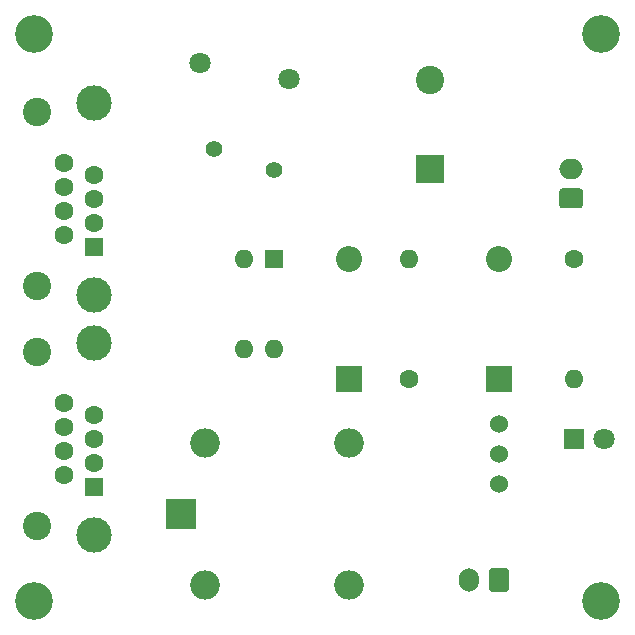
<source format=gbr>
%TF.GenerationSoftware,KiCad,Pcbnew,5.1.6-c6e7f7d~87~ubuntu18.04.1*%
%TF.CreationDate,2020-07-24T23:53:58+09:00*%
%TF.ProjectId,001,3030312e-6b69-4636-9164-5f7063625858,001*%
%TF.SameCoordinates,Original*%
%TF.FileFunction,Soldermask,Top*%
%TF.FilePolarity,Negative*%
%FSLAX46Y46*%
G04 Gerber Fmt 4.6, Leading zero omitted, Abs format (unit mm)*
G04 Created by KiCad (PCBNEW 5.1.6-c6e7f7d~87~ubuntu18.04.1) date 2020-07-24 23:53:58*
%MOMM*%
%LPD*%
G01*
G04 APERTURE LIST*
%ADD10C,1.600000*%
%ADD11R,1.600000X1.600000*%
%ADD12C,3.000000*%
%ADD13C,2.400000*%
%ADD14O,2.500000X2.500000*%
%ADD15R,2.500000X2.500000*%
%ADD16C,3.200000*%
%ADD17C,1.524000*%
%ADD18O,1.600000X1.600000*%
%ADD19C,1.800000*%
%ADD20R,1.800000X1.800000*%
%ADD21O,1.700000X2.000000*%
%ADD22O,2.000000X1.700000*%
%ADD23R,2.400000X2.400000*%
%ADD24R,2.200000X2.200000*%
%ADD25O,2.200000X2.200000*%
%ADD26C,1.400000*%
G04 APERTURE END LIST*
D10*
%TO.C,J22*%
X182880000Y-92190000D03*
X185420000Y-93210000D03*
X182880000Y-94230000D03*
X185420000Y-95250000D03*
X182880000Y-96270000D03*
X185420000Y-97290000D03*
X182880000Y-98310000D03*
D11*
X185420000Y-99330000D03*
D12*
X185420000Y-103375000D03*
X185420000Y-87125000D03*
D13*
X180580000Y-102650000D03*
X180580000Y-87850000D03*
%TD*%
D10*
%TO.C,J21*%
X182880000Y-71870000D03*
X185420000Y-72890000D03*
X182880000Y-73910000D03*
X185420000Y-74930000D03*
X182880000Y-75950000D03*
X185420000Y-76970000D03*
X182880000Y-77990000D03*
D11*
X185420000Y-79010000D03*
D12*
X185420000Y-83055000D03*
X185420000Y-66805000D03*
D13*
X180580000Y-82330000D03*
X180580000Y-67530000D03*
%TD*%
D14*
%TO.C,K21*%
X194786000Y-95600000D03*
X206986000Y-95600000D03*
X206986000Y-107600000D03*
X194786000Y-107600000D03*
D15*
X192786000Y-101600000D03*
%TD*%
D16*
%TO.C,REF\u002A\u002A*%
X228340000Y-60960000D03*
%TD*%
%TO.C,REF\u002A\u002A*%
X228340000Y-108960000D03*
%TD*%
%TO.C,REF\u002A\u002A*%
X180340000Y-108960000D03*
%TD*%
%TO.C,REF\u002A\u002A*%
X180340000Y-60960000D03*
%TD*%
D17*
%TO.C,FL21*%
X219710000Y-93980000D03*
X219710000Y-96520000D03*
X219710000Y-99060000D03*
%TD*%
D18*
%TO.C,R22*%
X226060000Y-90170000D03*
D10*
X226060000Y-80010000D03*
%TD*%
D19*
%TO.C,D23*%
X228600000Y-95250000D03*
D20*
X226060000Y-95250000D03*
%TD*%
D21*
%TO.C,CN22*%
X217210000Y-107188000D03*
G36*
G01*
X220560000Y-106438000D02*
X220560000Y-107938000D01*
G75*
G02*
X220310000Y-108188000I-250000J0D01*
G01*
X219110000Y-108188000D01*
G75*
G02*
X218860000Y-107938000I0J250000D01*
G01*
X218860000Y-106438000D01*
G75*
G02*
X219110000Y-106188000I250000J0D01*
G01*
X220310000Y-106188000D01*
G75*
G02*
X220560000Y-106438000I0J-250000D01*
G01*
G37*
%TD*%
D22*
%TO.C,CN21*%
X225806000Y-72366500D03*
G36*
G01*
X226556000Y-75716500D02*
X225056000Y-75716500D01*
G75*
G02*
X224806000Y-75466500I0J250000D01*
G01*
X224806000Y-74266500D01*
G75*
G02*
X225056000Y-74016500I250000J0D01*
G01*
X226556000Y-74016500D01*
G75*
G02*
X226806000Y-74266500I0J-250000D01*
G01*
X226806000Y-75466500D01*
G75*
G02*
X226556000Y-75716500I-250000J0D01*
G01*
G37*
%TD*%
D19*
%TO.C,RV21*%
X194430000Y-63370000D03*
X201930000Y-64770000D03*
%TD*%
D18*
%TO.C,R21*%
X212090000Y-80010000D03*
D10*
X212090000Y-90170000D03*
%TD*%
D13*
%TO.C,C21*%
X213868000Y-64890000D03*
D23*
X213868000Y-72390000D03*
%TD*%
D24*
%TO.C,D21*%
X219710000Y-90170000D03*
D25*
X219710000Y-80010000D03*
%TD*%
%TO.C,D22*%
X207010000Y-80010000D03*
D24*
X207010000Y-90170000D03*
%TD*%
D26*
%TO.C,F21*%
X195580000Y-70662800D03*
X200680000Y-72462800D03*
%TD*%
D11*
%TO.C,U21*%
X200660000Y-80010000D03*
D18*
X198120000Y-87630000D03*
X198120000Y-80010000D03*
X200660000Y-87630000D03*
%TD*%
M02*

</source>
